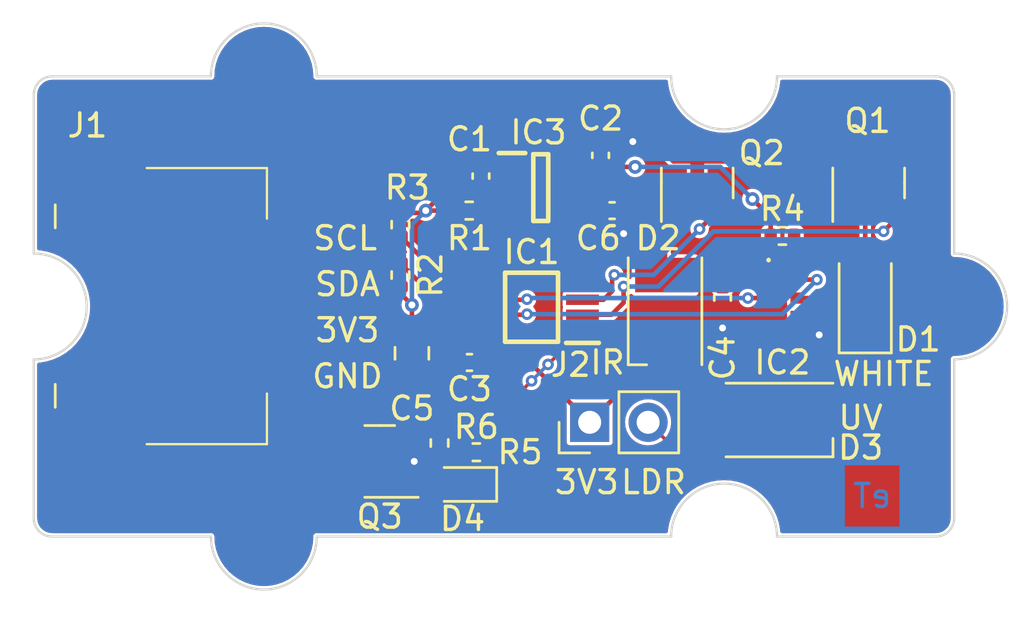
<source format=kicad_pcb>
(kicad_pcb (version 20211014) (generator pcbnew)
  (title_block (title "Grove-Spectra") (date "2022-11-15") (rev "A"))
  (layers (0 "F.Cu" signal) (31 "B.Cu" signal) (34 "B.Paste" user) (35 "F.Paste" user) (36 "B.SilkS" user "B.Silkscreen") (37 "F.SilkS" user "F.Silkscreen") (38 "B.Mask" user) (39 "F.Mask" user) (44 "Edge.Cuts" user))
  (net 0 "")
  (net 1 "+3V3")
  (net 2 "GND")
  (net 3 "+1V8")
  (net 4 "/LDR")
  (net 5 "Net-(D1-Pad2)")
  (net 6 "Net-(D2-Pad2)")
  (net 7 "/GPIO_0")
  (net 8 "/GPIO_1")
  (net 9 "/GPIO_2")
  (net 10 "/GPIO_3")
  (net 11 "SCL")
  (net 12 "SDA")
  (net 13 "/GPIO_SP")
  (net 14 "Net-(IC2-Pad7)")
  (net 15 "Net-(IC3-Pad3)")
  (net 16 "Net-(C6-Pad1)")
  (net 19 "Net-(D4-Pad1)")
  (net 20 "Net-(D4-Pad2)")
  (footprint "Resistor_SMD:R_0402_1005Metric" (layer "F.Cu") (at 139.19 84.4)
    (fp_text reference "R1" (at 0.01 1.2) (layer "F.SilkS"))
    (fp_text value "1k")
    (fp_line (start -0.153641 0.38) (end 0.153641 0.38) (layer "F.SilkS") (width 0.12))
    (fp_line (start -0.153641 -0.38) (end 0.153641 -0.38) (layer "F.SilkS") (width 0.12))
    (pad "1" smd roundrect locked (at -0.51 0) (size 0.54 0.64) (layers "F.Cu" "F.Paste" "F.Mask") (net 1 "+3V3"))
    (pad "2" smd roundrect locked (at 0.51 0) (size 0.54 0.64) (layers "F.Cu" "F.Paste" "F.Mask") (net 15 "Net-(IC3-Pad3)"))
  )
  (footprint "SamacSys_Parts:AS7343DLGM" (layer "F.Cu") (at 152.8 88.6 -90)
    (fp_text reference "IC2" (at 2.4 0) (layer "F.SilkS"))
    (fp_text value "AS7341-DLGT" hide)
    (fp_line (start -2 0.6) (end -2 0.6) (layer "F.SilkS") (width 0.1))
    (fp_line (start -2.1 0.6) (end -2.1 0.6) (layer "F.SilkS") (width 0.1))
    (fp_arc (start -2 0.6) (mid -2.05 0.65) (end -2.1 0.6) (layer "F.SilkS") (width 0.1))
    (fp_arc (start -2.1 0.6) (mid -2.05 0.55) (end -2 0.6) (layer "F.SilkS") (width 0.1))
    (pad "1" smd rect locked (at -1.2 0.638 270) (size 0.488 0.575) (layers "F.Cu" "F.Paste" "F.Mask") (net 3 "+1V8"))
    (pad "2" smd rect locked (at -0.4 0.638 270) (size 0.488 0.575) (layers "F.Cu" "F.Paste" "F.Mask") (net 11 "SCL"))
    (pad "3" smd rect locked (at 0.4 0.638 270) (size 0.488 0.575) (layers "F.Cu" "F.Paste" "F.Mask") (net 2 "GND"))
    (pad "4" smd rect locked (at 1.2 0.638 270) (size 0.488 0.575) (layers "F.Cu" "F.Paste" "F.Mask") (net 4 "/LDR"))
    (pad "5" smd rect locked (at 1.2 -0.638 270) (size 0.488 0.575) (layers "F.Cu" "F.Paste" "F.Mask") (net 2 "GND"))
    (pad "6" smd rect locked (at 0.4 -0.638 270) (size 0.488 0.575) (layers "F.Cu" "F.Paste" "F.Mask") (net 13 "/GPIO_SP"))
    (pad "7" smd rect locked (at -0.4 -0.638 270) (size 0.488 0.575) (layers "F.Cu" "F.Paste" "F.Mask") (net 14 "Net-(IC2-Pad7)"))
    (pad "8" smd rect locked (at -1.2 -0.638 270) (size 0.488 0.575) (layers "F.Cu" "F.Paste" "F.Mask") (net 12 "SDA"))
  )
  (footprint "Capacitor_SMD:C_0402_1005Metric" (layer "F.Cu") (at 144.9 82 90)
    (fp_text reference "C2" (at 1.6 0 180) (layer "F.SilkS"))
    (fp_text value "100n")
    (fp_line (start -0.107836 -0.36) (end 0.107836 -0.36) (layer "F.SilkS") (width 0.12))
    (fp_line (start -0.107836 0.36) (end 0.107836 0.36) (layer "F.SilkS") (width 0.12))
    (pad "1" smd roundrect locked (at -0.48 0 90) (size 0.56 0.62) (layers "F.Cu" "F.Paste" "F.Mask") (net 3 "+1V8"))
    (pad "2" smd roundrect locked (at 0.48 0 90) (size 0.56 0.62) (layers "F.Cu" "F.Paste" "F.Mask") (net 2 "GND"))
  )
  (footprint "Resistor_SMD:R_0402_1005Metric" (layer "F.Cu") (at 136.2 87.2 90)
    (fp_text reference "R2" (at 0 1.3 90) (layer "F.SilkS"))
    (fp_text value "4.7k")
    (fp_line (start -0.153641 0.38) (end 0.153641 0.38) (layer "F.SilkS") (width 0.12))
    (fp_line (start -0.153641 -0.38) (end 0.153641 -0.38) (layer "F.SilkS") (width 0.12))
    (pad "1" smd roundrect locked (at -0.51 0 90) (size 0.54 0.64) (layers "F.Cu" "F.Paste" "F.Mask") (net 1 "+3V3"))
    (pad "2" smd roundrect locked (at 0.51 0 90) (size 0.54 0.64) (layers "F.Cu" "F.Paste" "F.Mask") (net 12 "SDA"))
  )
  (footprint "Resistor_SMD:R_0402_1005Metric" (layer "F.Cu") (at 152.8 85.5)
    (fp_text reference "R4" (at 0 -1.17) (layer "F.SilkS"))
    (fp_text value "4.7k")
    (fp_line (start -0.153641 -0.38) (end 0.153641 -0.38) (layer "F.SilkS") (width 0.12))
    (fp_line (start -0.153641 0.38) (end 0.153641 0.38) (layer "F.SilkS") (width 0.12))
    (pad "1" smd roundrect locked (at -0.51 0) (size 0.54 0.64) (layers "F.Cu" "F.Paste" "F.Mask") (net 3 "+1V8"))
    (pad "2" smd roundrect locked (at 0.51 0) (size 0.54 0.64) (layers "F.Cu" "F.Paste" "F.Mask") (net 14 "Net-(IC2-Pad7)"))
  )
  (footprint "Package_TO_SOT_SMD:SOT-23" (layer "F.Cu") (at 149.1 83.2 90)
    (fp_text reference "Q2" (at 1.3 2.8 180) (layer "F.SilkS"))
    (fp_text value "BS250FTA")
    (fp_line (start 0 -1.56) (end 0.65 -1.56) (layer "F.SilkS") (width 0.12))
    (fp_line (start 0 1.56) (end 0.65 1.56) (layer "F.SilkS") (width 0.12))
    (fp_line (start 0 1.56) (end -0.65 1.56) (layer "F.SilkS") (width 0.12))
    (fp_line (start 0 -1.56) (end -1.675 -1.56) (layer "F.SilkS") (width 0.12))
    (pad "1" smd roundrect locked (at -0.9375 -0.95 90) (size 1.475 0.6) (layers "F.Cu" "F.Paste" "F.Mask") (net 6 "Net-(D2-Pad2)"))
    (pad "2" smd roundrect locked (at -0.9375 0.95 90) (size 1.475 0.6) (layers "F.Cu" "F.Paste" "F.Mask") (net 9 "/GPIO_2"))
    (pad "3" smd roundrect locked (at 0.9375 0 90) (size 1.475 0.6) (layers "F.Cu" "F.Paste" "F.Mask") (net 1 "+3V3"))
  )
  (footprint "SamacSys_Parts:114020164" (layer "F.Cu") (at 126.6 88.55 -90)
    (fp_text reference "J1" (at -7.85 4 180) (layer "F.SilkS"))
    (fp_text value "114020164" hide)
    (fp_line (start 6 1.425) (end 6 -3.8) (layer "F.SilkS") (width 0.1))
    (fp_line (start -6 1.425) (end -6 -3.8) (layer "F.SilkS") (width 0.1))
    (fp_line (start -6 -3.8) (end -3.8 -3.8) (layer "F.SilkS") (width 0.1))
    (fp_line (start 3.4 5.4) (end 4.4 5.4) (layer "F.SilkS") (width 0.12))
    (fp_line (start 6 -3.8) (end 3.8 -3.8) (layer "F.SilkS") (width 0.1))
    (fp_line (start -4.4 5.4) (end -3.4 5.4) (layer "F.SilkS") (width 0.12))
    (pad "1" smd rect (at -3 -3.8 270) (size 1 3.4) (layers "F.Cu" "F.Paste" "F.Mask") (net 11 "SCL"))
    (pad "2" smd rect (at -1 -3.8 270) (size 1 3.4) (layers "F.Cu" "F.Paste" "F.Mask") (net 12 "SDA"))
    (pad "3" smd rect (at 1 -3.8 270) (size 1 3.4) (layers "F.Cu" "F.Paste" "F.Mask") (net 1 "+3V3"))
    (pad "4" smd rect (at 3 -3.8 270) (size 1 3.4) (layers "F.Cu" "F.Paste" "F.Mask") (net 2 "GND"))
    (pad "MP1" smd rect (at -5.3 3.7 270) (size 1.5 3.6) (layers "F.Cu" "F.Paste" "F.Mask"))
    (pad "MP2" smd rect (at 5.3 3.7 270) (size 1.5 3.6) (layers "F.Cu" "F.Paste" "F.Mask"))
  )
  (footprint "LED_SMD:LED_1206_3216Metric" (layer "F.Cu") (at 156.4 88.3 90)
    (fp_text reference "D1" (at -1.7 2.3 180) (layer "F.SilkS"))
    (fp_text value "WHITE 5000K")
    (fp_line (start -2.285 -1.135) (end -2.285 1.135) (layer "F.SilkS") (width 0.12))
    (fp_line (start 1.6 -1.135) (end -2.285 -1.135) (layer "F.SilkS") (width 0.12))
    (fp_line (start -2.285 1.135) (end 1.6 1.135) (layer "F.SilkS") (width 0.12))
    (pad "1" smd roundrect locked (at -1.4 0 90) (size 1.25 1.75) (layers "F.Cu" "F.Paste" "F.Mask") (roundrect_rratio 0.2) (net 4 "/LDR"))
    (pad "2" smd roundrect locked (at 1.4 0 90) (size 1.25 1.75) (layers "F.Cu" "F.Paste" "F.Mask") (roundrect_rratio 0.2) (net 5 "Net-(D1-Pad2)"))
  )
  (footprint "Capacitor_SMD:C_0402_1005Metric" (layer "F.Cu") (at 150.2 88.2 -90)
    (fp_text reference "C4" (at 2.6 0 90) (layer "F.SilkS"))
    (fp_text value "100n")
    (fp_line (start -0.107836 -0.36) (end 0.107836 -0.36) (layer "F.SilkS") (width 0.12))
    (fp_line (start -0.107836 0.36) (end 0.107836 0.36) (layer "F.SilkS") (width 0.12))
    (pad "1" smd roundrect locked (at -0.48 0 270) (size 0.56 0.62) (layers "F.Cu" "F.Paste" "F.Mask") (net 3 "+1V8"))
    (pad "2" smd roundrect locked (at 0.48 0 270) (size 0.56 0.62) (layers "F.Cu" "F.Paste" "F.Mask") (net 2 "GND"))
  )
  (footprint "LED_SMD:LED_PLCC-2" (layer "F.Cu") (at 152.6 93.5 180)
    (fp_text reference "D3" (at -3.6 -1.2) (layer "F.SilkS"))
    (fp_text value "UV_405NM")
    (fp_line (start 2.25 1.6) (end -2.4 1.6) (layer "F.SilkS") (width 0.12))
    (fp_line (start -2.4 -1.6) (end -2.4 -0.8) (layer "F.SilkS") (width 0.12))
    (fp_line (start 2.25 -1.6) (end -2.4 -1.6) (layer "F.SilkS") (width 0.12))
    (pad "1" smd rect locked (at -1.5 0 180) (size 1.5 2.6) (layers "F.Cu" "F.Paste" "F.Mask") (net 4 "/LDR"))
    (pad "2" smd rect locked (at 1.5 0 180) (size 1.5 2.6) (layers "F.Cu" "F.Paste" "F.Mask") (net 1 "+3V3"))
  )
  (footprint "Resistor_SMD:R_0402_1005Metric" (layer "F.Cu") (at 139.5 94.9 180)
    (fp_text reference "R5" (at -1.9 0) (layer "F.SilkS"))
    (fp_text value "1k")
    (fp_line (start -0.153641 -0.38) (end 0.153641 -0.38) (layer "F.SilkS") (width 0.12))
    (fp_line (start -0.153641 0.38) (end 0.153641 0.38) (layer "F.SilkS") (width 0.12))
    (pad "1" smd roundrect locked (at -0.51 0 180) (size 0.54 0.64) (layers "F.Cu" "F.Paste" "F.Mask") (net 19 "Net-(D4-Pad1)"))
    (pad "2" smd roundrect locked (at 0.51 0 180) (size 0.54 0.64) (layers "F.Cu" "F.Paste" "F.Mask") (net 2 "GND"))
  )
  (footprint "Capacitor_SMD:C_0402_1005Metric" (layer "F.Cu") (at 139.2 91 180)
    (fp_text reference "C3" (at 0 -1.16) (layer "F.SilkS"))
    (fp_text value "100n")
    (fp_line (start -0.107836 0.36) (end 0.107836 0.36) (layer "F.SilkS") (width 0.12))
    (fp_line (start -0.107836 -0.36) (end 0.107836 -0.36) (layer "F.SilkS") (width 0.12))
    (pad "1" smd roundrect locked (at -0.48 0 180) (size 0.56 0.62) (layers "F.Cu" "F.Paste" "F.Mask") (net 1 "+3V3"))
    (pad "2" smd roundrect locked (at 0.48 0 180) (size 0.56 0.62) (layers "F.Cu" "F.Paste" "F.Mask") (net 2 "GND"))
  )
  (footprint "Resistor_SMD:R_0402_1005Metric" (layer "F.Cu") (at 137.9 94.5 -90)
    (fp_text reference "R6" (at -0.7 -1.6 180) (layer "F.SilkS"))
    (fp_text value "4.7k")
    (fp_line (start -0.153641 -0.38) (end 0.153641 -0.38) (layer "F.SilkS") (width 0.12))
    (fp_line (start -0.153641 0.38) (end 0.153641 0.38) (layer "F.SilkS") (width 0.12))
    (pad "1" smd roundrect locked (at -0.51 0 270) (size 0.54 0.64) (layers "F.Cu" "F.Paste" "F.Mask") (net 7 "/GPIO_0"))
    (pad "2" smd roundrect locked (at 0.51 0 270) (size 0.54 0.64) (layers "F.Cu" "F.Paste" "F.Mask") (net 2 "GND"))
  )
  (footprint "Capacitor_SMD:C_0402_1005Metric" (layer "F.Cu") (at 139.7 82.9 -90)
    (fp_text reference "C1" (at -1.6 0.5 180) (layer "F.SilkS"))
    (fp_text value "100n")
    (fp_line (start -0.107836 -0.36) (end 0.107836 -0.36) (layer "F.SilkS") (width 0.12))
    (fp_line (start -0.107836 0.36) (end 0.107836 0.36) (layer "F.SilkS") (width 0.12))
    (pad "1" smd roundrect locked (at -0.48 0 270) (size 0.56 0.62) (layers "F.Cu" "F.Paste" "F.Mask") (net 1 "+3V3"))
    (pad "2" smd roundrect locked (at 0.48 0 270) (size 0.56 0.62) (layers "F.Cu" "F.Paste" "F.Mask") (net 2 "GND"))
  )
  (footprint "Capacitor_SMD:C_0402_1005Metric" (layer "F.Cu") (at 145.4 84.4)
    (fp_text reference "C6" (at -0.6 1.2) (layer "F.SilkS"))
    (fp_text value "100n")
    (fp_line (start -0.107836 0.36) (end 0.107836 0.36) (layer "F.SilkS") (width 0.12))
    (fp_line (start -0.107836 -0.36) (end 0.107836 -0.36) (layer "F.SilkS") (width 0.12))
    (pad "1" smd roundrect locked (at -0.48 0) (size 0.56 0.62) (layers "F.Cu" "F.Paste" "F.Mask") (net 16 "Net-(C6-Pad1)"))
    (pad "2" smd roundrect locked (at 0.48 0) (size 0.56 0.62) (layers "F.Cu" "F.Paste" "F.Mask") (net 2 "GND"))
  )
  (footprint "SamacSys_Parts:SOP65P490X110-8N" (layer "F.Cu") (at 141.9 88.6 180)
    (fp_text reference "IC1" (at 0 2.4) (layer "F.SilkS"))
    (fp_text value "PCA9536DP,118" hide)
    (fp_line (start -1.15 -1.5) (end 1.15 -1.5) (layer "F.SilkS") (width 0.2))
    (fp_line (start -2.925 -1.55) (end -1.5 -1.55) (layer "F.SilkS") (width 0.2))
    (fp_line (start 1.15 -1.5) (end 1.15 1.5) (layer "F.SilkS") (width 0.2))
    (fp_line (start -1.15 1.5) (end -1.15 -1.5) (layer "F.SilkS") (width 0.2))
    (fp_line (start 1.15 1.5) (end -1.15 1.5) (layer "F.SilkS") (width 0.2))
    (pad "1" smd rect locked (at -2.212 -0.975 270) (size 0.45 1.425) (layers "F.Cu" "F.Paste" "F.Mask") (net 7 "/GPIO_0"))
    (pad "2" smd rect locked (at -2.212 -0.325 270) (size 0.45 1.425) (layers "F.Cu" "F.Paste" "F.Mask") (net 8 "/GPIO_1"))
    (pad "3" smd rect locked (at -2.212 0.325 270) (size 0.45 1.425) (layers "F.Cu" "F.Paste" "F.Mask") (net 9 "/GPIO_2"))
    (pad "4" smd rect locked (at -2.212 0.975 270) (size 0.45 1.425) (layers "F.Cu" "F.Paste" "F.Mask") (net 2 "GND"))
    (pad "5" smd rect locked (at 2.212 0.975 270) (size 0.45 1.425) (layers "F.Cu" "F.Paste" "F.Mask") (net 10 "/GPIO_3"))
    (pad "6" smd rect locked (at 2.212 0.325 270) (size 0.45 1.425) (layers "F.Cu" "F.Paste" "F.Mask") (net 11 "SCL"))
    (pad "7" smd rect locked (at 2.212 -0.325 270) (size 0.45 1.425) (layers "F.Cu" "F.Paste" "F.Mask") (net 12 "SDA"))
    (pad "8" smd rect locked (at 2.212 -0.975 270) (size 0.45 1.425) (layers "F.Cu" "F.Paste" "F.Mask") (net 1 "+3V3"))
  )
  (footprint "Capacitor_SMD:C_0805_2012Metric" (layer "F.Cu") (at 136.7 90.6 -90)
    (fp_text reference "C5" (at 2.4 0 180) (layer "F.SilkS"))
    (fp_text value "10u")
    (fp_line (start -0.261252 0.735) (end 0.261252 0.735) (layer "F.SilkS") (width 0.12))
    (fp_line (start -0.261252 -0.735) (end 0.261252 -0.735) (layer "F.SilkS") (width 0.12))
    (pad "1" smd roundrect locked (at -0.95 0 270) (size 1 1.45) (layers "F.Cu" "F.Paste" "F.Mask") (net 1 "+3V3"))
    (pad "2" smd roundrect locked (at 0.95 0 270) (size 1 1.45) (layers "F.Cu" "F.Paste" "F.Mask") (net 2 "GND"))
  )
  (footprint "LED_SMD:LED_0603_1608Metric" (layer "F.Cu") (at 138.9 96.3 180)
    (fp_text reference "D4" (at 0 -1.5) (layer "F.SilkS"))
    (fp_text value "Green_0603")
    (fp_line (start 0.8 -0.735) (end -1.485 -0.735) (layer "F.SilkS") (width 0.12))
    (fp_line (start -1.485 0.735) (end 0.8 0.735) (layer "F.SilkS") (width 0.12))
    (fp_line (start -1.485 -0.735) (end -1.485 0.735) (layer "F.SilkS") (width 0.12))
    (pad "1" smd roundrect locked (at -0.7875 0 180) (size 0.875 0.95) (layers "F.Cu" "F.Paste" "F.Mask") (net 19 "Net-(D4-Pad1)"))
    (pad "2" smd roundrect locked (at 0.7875 0 180) (size 0.875 0.95) (layers "F.Cu" "F.Paste" "F.Mask") (net 20 "Net-(D4-Pad2)"))
  )
  (footprint "SamacSys_Parts:SOT95P280X145-5N" (layer "F.Cu") (at 142.3 83.4)
    (fp_text reference "IC3" (at -0.1 -2.4) (layer "F.SilkS"))
    (fp_text value "SPX3819M5-L-1-8_TR" hide)
    (fp_line (start -0.325 -1.45) (end 0.325 -1.45) (layer "F.SilkS") (width 0.2))
    (fp_line (start 0.325 1.45) (end -0.325 1.45) (layer "F.SilkS") (width 0.2))
    (fp_line (start -0.325 1.45) (end -0.325 -1.45) (layer "F.SilkS") (width 0.2))
    (fp_line (start 0.325 -1.45) (end 0.325 1.45) (layer "F.SilkS") (width 0.2))
    (fp_line (start -1.825 -1.5) (end -0.675 -1.5) (layer "F.SilkS") (width 0.2))
    (pad "1" smd rect locked (at -1.25 -0.95 90) (size 0.6 1.15) (layers "F.Cu" "F.Paste" "F.Mask") (net 1 "+3V3"))
    (pad "2" smd rect locked (at -1.25 0 90) (size 0.6 1.15) (layers "F.Cu" "F.Paste" "F.Mask") (net 2 "GND"))
    (pad "3" smd rect locked (at -1.25 0.95 90) (size 0.6 1.15) (layers "F.Cu" "F.Paste" "F.Mask") (net 15 "Net-(IC3-Pad3)"))
    (pad "4" smd rect locked (at 1.25 0.95 90) (size 0.6 1.15) (layers "F.Cu" "F.Paste" "F.Mask") (net 16 "Net-(C6-Pad1)"))
    (pad "5" smd rect locked (at 1.25 -0.95 90) (size 0.6 1.15) (layers "F.Cu" "F.Paste" "F.Mask") (net 3 "+1V8"))
  )
  (footprint "Package_TO_SOT_SMD:SOT-23" (layer "F.Cu") (at 156.55 83.2 90)
    (fp_text reference "Q1" (at 2.7 -0.05 180) (layer "F.SilkS"))
    (fp_text value "BS250FTA")
    (fp_line (start 0 -1.56) (end -1.675 -1.56) (layer "F.SilkS") (width 0.12))
    (fp_line (start 0 -1.56) (end 0.65 -1.56) (layer "F.SilkS") (width 0.12))
    (fp_line (start 0 1.56) (end -0.65 1.56) (layer "F.SilkS") (width 0.12))
    (fp_line (start 0 1.56) (end 0.65 1.56) (layer "F.SilkS") (width 0.12))
    (pad "1" smd roundrect locked (at -0.9375 -0.95 90) (size 1.475 0.6) (layers "F.Cu" "F.Paste" "F.Mask") (net 5 "Net-(D1-Pad2)"))
    (pad "2" smd roundrect locked (at -0.9375 0.95 90) (size 1.475 0.6) (layers "F.Cu" "F.Paste" "F.Mask") (net 8 "/GPIO_1"))
    (pad "3" smd roundrect locked (at 0.9375 0 90) (size 1.475 0.6) (layers "F.Cu" "F.Paste" "F.Mask") (net 1 "+3V3"))
  )
  (footprint "Resistor_SMD:R_0402_1005Metric" (layer "F.Cu") (at 136.2 85.01 -90)
    (fp_text reference "R3" (at -1.61 -0.3 180) (layer "F.SilkS"))
    (fp_text value "4.7k")
    (fp_line (start -0.153641 -0.38) (end 0.153641 -0.38) (layer "F.SilkS") (width 0.12))
    (fp_line (start -0.153641 0.38) (end 0.153641 0.38) (layer "F.SilkS") (width 0.12))
    (pad "1" smd roundrect locked (at -0.51 0 270) (size 0.54 0.64) (layers "F.Cu" "F.Paste" "F.Mask") (net 1 "+3V3"))
    (pad "2" smd roundrect locked (at 0.51 0 270) (size 0.54 0.64) (layers "F.Cu" "F.Paste" "F.Mask") (net 11 "SCL"))
  )
  (footprint "Connector_PinHeader_2.54mm:PinHeader_1x02_P2.54mm_Vertical" (layer "F.Cu") (at 144.425 93.6 90)
    (fp_text reference "J2" (at 2.5 -0.825 180) (layer "F.SilkS"))
    (fp_text value "Conn_01x02")
    (fp_line (start -1.33 1.27) (end 1.33 1.27) (layer "F.SilkS") (width 0.12))
    (fp_line (start -1.33 -1.33) (end 0 -1.33) (layer "F.SilkS") (width 0.12))
    (fp_line (start -1.33 0) (end -1.33 -1.33) (layer "F.SilkS") (width 0.12))
    (fp_line (start -1.33 3.87) (end 1.33 3.87) (layer "F.SilkS") (width 0.12))
    (fp_line (start 1.33 1.27) (end 1.33 3.87) (layer "F.SilkS") (width 0.12))
    (fp_line (start -1.33 1.27) (end -1.33 3.87) (layer "F.SilkS") (width 0.12))
    (pad "1" thru_hole rect locked (at 0 0 90) (size 1.7 1.7) (drill 1) (layers *.Cu *.Mask) (net 1 "+3V3"))
    (pad "2" thru_hole oval locked (at 0 2.54 90) (size 1.7 1.7) (drill 1) (layers *.Cu *.Mask) (net 4 "/LDR"))
  )
  (footprint "Package_TO_SOT_SMD:SOT-23" (layer "F.Cu") (at 135.3 95.3 180)
    (fp_text reference "Q3" (at 0 -2.4) (layer "F.SilkS"))
    (fp_text value "BS250FTA")
    (fp_line (start 0 1.56) (end 0.65 1.56) (layer "F.SilkS") (width 0.12))
    (fp_line (start 0 1.56) (end -0.65 1.56) (layer "F.SilkS") (width 0.12))
    (fp_line (start 0 -1.56) (end -1.675 -1.56) (layer "F.SilkS") (width 0.12))
    (fp_line (start 0 -1.56) (end 0.65 -1.56) (layer "F.SilkS") (width 0.12))
    (pad "1" smd roundrect locked (at -0.9375 -0.95 180) (size 1.475 0.6) (layers "F.Cu" "F.Paste" "F.Mask") (net 20 "Net-(D4-Pad2)"))
    (pad "2" smd roundrect locked (at -0.9375 0.95 180) (size 1.475 0.6) (layers "F.Cu" "F.Paste" "F.Mask") (net 7 "/GPIO_0"))
    (pad "3" smd roundrect locked (at 0.9375 0 180) (size 1.475 0.6) (layers "F.Cu" "F.Paste" "F.Mask") (net 1 "+3V3"))
  )
  (footprint "LED_SMD:LED_PLCC-2" (layer "F.Cu") (at 147.7 88.7 90)
    (fp_text reference "D2" (at 3.1 -0.3 180) (layer "F.SilkS"))
    (fp_text value "IR_940NM")
    (fp_line (start 2.25 -1.6) (end -2.4 -1.6) (layer "F.SilkS") (width 0.12))
    (fp_line (start 2.25 1.6) (end -2.4 1.6) (layer "F.SilkS") (width 0.12))
    (fp_line (start -2.4 -1.6) (end -2.4 -0.8) (layer "F.SilkS") (width 0.12))
    (pad "1" smd rect locked (at -1.5 0 90) (size 1.5 2.6) (layers "F.Cu" "F.Paste" "F.Mask") (net 4 "/LDR"))
    (pad "2" smd rect locked (at 1.5 0 90) (size 1.5 2.6) (layers "F.Cu" "F.Paste" "F.Mask") (net 6 "Net-(D2-Pad2)"))
  )
  (gr_arc (start 121.065685 98.565685) (mid 120.5 98.33137) (end 120.265685 97.765685) (layer "Edge.Cuts") (width 0.1))
  (gr_line (start 127.965685 98.565685) (end 121.065685 98.565685) (layer "Edge.Cuts") (width 0.1))
  (gr_line (start 121.065685 78.565685) (end 127.965685 78.565685) (layer "Edge.Cuts") (width 0.1))
  (gr_arc (start 152.565685 78.565685) (mid 150.265685 80.865685) (end 147.965685 78.565685) (layer "Edge.Cuts") (width 0.1))
  (gr_line (start 132.565685 78.565685) (end 147.965685 78.565685) (layer "Edge.Cuts") (width 0.1))
  (gr_line (start 159.465685 98.565685) (end 152.565685 98.565685) (layer "Edge.Cuts") (width 0.1))
  (gr_line (start 160.265685 79.365685) (end 160.265685 86.265685) (layer "Edge.Cuts") (width 0.1))
  (gr_arc (start 159.465685 78.565685) (mid 160.03137 78.8) (end 160.265685 79.365685) (layer "Edge.Cuts") (width 0.1))
  (gr_arc (start 120.265685 86.265685) (mid 122.565685 88.565685) (end 120.265685 90.865685) (layer "Edge.Cuts") (width 0.1))
  (gr_line (start 120.265685 86.265685) (end 120.265685 79.365685) (layer "Edge.Cuts") (width 0.1))
  (gr_line (start 147.965685 98.565685) (end 132.565685 98.565685) (layer "Edge.Cuts") (width 0.1))
  (gr_arc (start 147.965685 98.565685) (mid 150.265685 96.265685) (end 152.565685 98.565685) (layer "Edge.Cuts") (width 0.1))
  (gr_line (start 152.565685 78.565685) (end 159.465685 78.565685) (layer "Edge.Cuts") (width 0.1))
  (gr_line (start 160.265685 90.865685) (end 160.265685 97.765685) (layer "Edge.Cuts") (width 0.1))
  (gr_arc (start 160.265685 86.265685) (mid 162.565685 88.565685) (end 160.265685 90.865685) (layer "Edge.Cuts") (width 0.1))
  (gr_arc (start 132.565685 98.565685) (mid 130.265685 100.865685) (end 127.965685 98.565685) (layer "Edge.Cuts") (width 0.1))
  (gr_arc (start 120.265685 79.365685) (mid 120.5 78.8) (end 121.065685 78.565685) (layer "Edge.Cuts") (width 0.1))
  (gr_line (start 120.265685 97.765685) (end 120.265685 90.865685) (layer "Edge.Cuts") (width 0.1))
  (gr_arc (start 160.265685 97.765685) (mid 160.03137 98.33137) (end 159.465685 98.565685) (layer "Edge.Cuts") (width 0.1))
  (gr_arc (start 127.965685 78.565685) (mid 130.265685 76.265685) (end 132.565685 78.565685) (layer "Edge.Cuts") (width 0.1))
  (gr_text "eT" (at 156.7 96.8) (layer "B.Cu") (effects (font (size 1 1)) (justify mirror)))
  (gr_text "UV" (at 156.2 93.4) (layer "F.SilkS") (effects (font (size 1 1))))
  (gr_text "SCL" (at 133.8 85.6) (layer "F.SilkS") (effects (font (size 1 1))))
  (gr_text "WHITE" (at 157.2 91.5) (layer "F.SilkS") (effects (font (size 1 1))))
  (gr_text "3V3" (at 144.3 96.2) (layer "F.SilkS") (effects (font (size 1 1))))
  (gr_text "IR" (at 145.2 91) (layer "F.SilkS") (effects (font (size 1 1))))
  (gr_text "GND" (at 133.9 91.6) (layer "F.SilkS") (effects (font (size 1 1))))
  (gr_text "SDA" (at 133.9 87.6) (layer "F.SilkS") (effects (font (size 1 1))))
  (gr_text "3V3" (at 133.9 89.6) (layer "F.SilkS") (effects (font (size 1 1))))
  (gr_text "LDR" (at 147.2 96.2) (layer "F.SilkS") (effects (font (size 1 1))))
  (segment (start 136.2 88) (end 136.7 88.5) (width 0.2) (layer "F.Cu") (net 1))
  (segment (start 145.925 92.1) (end 144.425 93.6) (width 0.2) (layer "F.Cu") (net 1))
  (segment (start 137.2 84.5) (end 137.3 84.4) (width 0.2) (layer "F.Cu") (net 1))
  (segment (start 148.0625 82.2625) (end 146.650489 80.850489) (width 0.2) (layer "F.Cu") (net 1))
  (segment (start 139.68 91) (end 141.825 91) (width 0.2) (layer "F.Cu") (net 1))
  (segment (start 139.688 90.992) (end 139.68 91) (width 0.2) (layer "F.Cu") (net 1))
  (segment (start 130.4 89.55) (end 128.55 89.55) (width 0.2) (layer "F.Cu") (net 1))
  (segment (start 139.688 89.575) (end 139.688 90.992) (width 0.2) (layer "F.Cu") (net 1))
  (segment (start 151.1 93.5) (end 149.7 92.1) (width 0.2) (layer "F.Cu") (net 1))
  (segment (start 136.7 89.65) (end 136.7 88.5) (width 0.2) (layer "F.Cu") (net 1))
  (segment (start 128.4 95.3) (end 127.2 94.1) (width 0.2) (layer "F.Cu") (net 1))
  (segment (start 149.7 92.1) (end 145.925 92.1) (width 0.2) (layer "F.Cu") (net 1))
  (segment (start 141.825 91) (end 144.425 93.6) (width 0.2) (layer "F.Cu") (net 1))
  (segment (start 130.4 89.55) (end 136.6 89.55) (width 0.2) (layer "F.Cu") (net 1))
  (segment (start 136.775 89.575) (end 136.7 89.65) (width 0.2) (layer "F.Cu") (net 1))
  (segment (start 149.1 82.2625) (end 156.55 82.2625) (width 0.2) (layer "F.Cu") (net 1))
  (segment (start 146.650489 80.850489) (end 141.949511 80.850489) (width 0.2) (layer "F.Cu") (net 1))
  (segment (start 137.3 84.4) (end 139.25 82.45) (width 0.2) (layer "F.Cu") (net 1))
  (segment (start 149.1 82.2625) (end 148.0625 82.2625) (width 0.2) (layer "F.Cu") (net 1))
  (segment (start 127.2 90.9) (end 127.2 94.1) (width 0.2) (layer "F.Cu") (net 1))
  (segment (start 139.688 89.575) (end 136.775 89.575) (width 0.2) (layer "F.Cu") (net 1))
  (segment (start 136.2 84.5) (end 137.2 84.5) (width 0.2) (layer "F.Cu") (net 1))
  (segment (start 128.55 89.55) (end 127.2 90.9) (width 0.2) (layer "F.Cu") (net 1))
  (segment (start 141.05 82.45) (end 141.05 81.75) (width 0.2) (layer "F.Cu") (net 1))
  (segment (start 134.3625 95.3) (end 128.4 95.3) (width 0.2) (layer "F.Cu") (net 1))
  (segment (start 139.25 82.45) (end 141.05 82.45) (width 0.2) (layer "F.Cu") (net 1))
  (segment (start 137.3 84.4) (end 138.68 84.4) (width 0.2) (layer "F.Cu") (net 1))
  (segment (start 136.6 89.55) (end 136.7 89.65) (width 0.2) (layer "F.Cu") (net 1))
  (segment (start 136.2 87.71) (end 136.2 88) (width 0.2) (layer "F.Cu") (net 1))
  (segment (start 141.949511 80.850489) (end 141.05 81.75) (width 0.2) (layer "F.Cu") (net 1))
  (segment (start 136.7 89.65) (end 136.85 89.65) (width 0.2) (layer "F.Cu") (net 1))
  (via (at 137.3 84.4) (size 0.6) (drill 0.3) (layers "F.Cu" "B.Cu") (net 1))
  (via (at 136.7 88.5) (size 0.6) (drill 0.3) (layers "F.Cu" "B.Cu") (net 1))
  (segment (start 136.7 88.5) (end 136.7 85) (width 0.2) (layer "B.Cu") (net 1))
  (segment (start 136.7 85) (end 137.3 84.4) (width 0.2) (layer "B.Cu") (net 1))
  (segment (start 146.18 81.52) (end 146.3 81.4) (width 0.2) (layer "F.Cu") (net 2))
  (segment (start 138.01 94.9) (end 137.9 95.01) (width 0.2) (layer "F.Cu") (net 2))
  (segment (start 138.99 94.9) (end 138.01 94.9) (width 0.2) (layer "F.Cu") (net 2))
  (segment (start 130.4 91.55) (end 136.7 91.55) (width 0.2) (layer "F.Cu") (net 2))
  (segment (start 136.6 91.65) (end 136.7 91.55) (width 0.2) (layer "F.Cu") (net 2))
  (segment (start 139.7 83.38) (end 141.03 83.38) (width 0.2) (layer "F.Cu") (net 2))
  (segment (start 145.88 84.4) (end 145.88 85.38) (width 0.2) (layer "F.Cu") (net 2))
  (segment (start 144.112 87.188) (end 145.9 85.4) (width 0.2) (layer "F.Cu") (net 2))
  (segment (start 144.9 81.52) (end 146.18 81.52) (width 0.2) (layer "F.Cu") (net 2))
  (segment (start 141.03 83.38) (end 141.05 83.4) (width 0.2) (layer "F.Cu") (net 2))
  (segment (start 153.438 89.8) (end 154.4 89.8) (width 0.2) (layer "F.Cu") (net 2))
  (segment (start 145.88 85.38) (end 145.9 85.4) (width 0.2) (layer "F.Cu") (net 2))
  (segment (start 137.9 95.01) (end 137.09 95.01) (width 0.2) (layer "F.Cu") (net 2))
  (segment (start 144.112 87.625) (end 144.112 87.188) (width 0.2) (layer "F.Cu") (net 2))
  (segment (start 137.09 95.01) (end 136.8 95.3) (width 0.2) (layer "F.Cu") (net 2))
  (segment (start 150.2 88.68) (end 150.2 89.5) (width 0.2) (layer "F.Cu") (net 2))
  (via (at 145.9 85.4) (size 0.6) (drill 0.3) (layers "F.Cu" "B.Cu") (net 2))
  (via (at 146.3 81.4) (size 0.6) (drill 0.3) (layers "F.Cu" "B.Cu") (net 2))
  (via (at 136.8 95.3) (size 0.6) (drill 0.3) (layers "F.Cu" "B.Cu") (net 2))
  (via (at 154.4 89.8) (size 0.6) (drill 0.3) (layers "F.Cu" "B.Cu") (net 2))
  (via (at 150.2 89.5) (size 0.6) (drill 0.3) (layers "F.Cu" "B.Cu") (net 2))
  (segment (start 150.52 87.4) (end 152.162 87.4) (width 0.2) (layer "F.Cu") (net 3))
  (segment (start 152.29 87.272) (end 152.162 87.4) (width 0.2) (layer "F.Cu") (net 3))
  (segment (start 144.92 82.5) (end 144.9 82.48) (width 0.2) (layer "F.Cu") (net 3))
  (segment (start 150.2 87.72) (end 150.52 87.4) (width 0.2) (layer "F.Cu") (net 3))
  (segment (start 146.4 82.5) (end 144.92 82.5) (width 0.2) (layer "F.Cu") (net 3))
  (segment (start 152.29 84.69) (end 151.5 83.9) (width 0.2) (layer "F.Cu") (net 3))
  (segment (start 144.9 82.48) (end 143.58 82.48) (width 0.2) (layer "F.Cu") (net 3))
  (segment (start 152.29 85.5) (end 152.29 84.69) (width 0.2) (layer "F.Cu") (net 3))
  (segment (start 143.58 82.48) (end 143.55 82.45) (width 0.2) (layer "F.Cu") (net 3))
  (segment (start 152.29 85.5) (end 152.29 87.272) (width 0.2) (layer "F.Cu") (net 3))
  (via (at 151.5 83.9) (size 0.6) (drill 0.3) (layers "F.Cu" "B.Cu") (net 3))
  (via (at 146.4 82.5) (size 0.6) (drill 0.3) (layers "F.Cu" "B.Cu") (net 3))
  (segment (start 151.5 83.9) (end 150.1 82.5) (width 0.2) (layer "B.Cu") (net 3))
  (segment (start 150.1 82.5) (end 146.4 82.5) (width 0.2) (layer "B.Cu") (net 3))
  (segment (start 151.1 89.8) (end 152.162 89.8) (width 0.15) (layer "F.Cu") (net 4))
  (segment (start 153.1 91.5) (end 154.1 91.5) (width 0.15) (layer "F.Cu") (net 4))
  (segment (start 152.162 90.562) (end 153.1 91.5) (width 0.15) (layer "F.Cu") (net 4))
  (segment (start 154.1 93.5) (end 154.1 94.7) (width 0.15) (layer "F.Cu") (net 4))
  (segment (start 150.7 90.2) (end 147.7 90.2) (width 0.15) (layer "F.Cu") (net 4))
  (segment (start 156.4 90.6) (end 156.4 89.7) (width 0.15) (layer "F.Cu") (net 4))
  (segment (start 154.1 94.7) (end 153.4 95.4) (width 0.15) (layer "F.Cu") (net 4))
  (segment (start 154.1 93.5) (end 154.1 91.5) (width 0.15) (layer "F.Cu") (net 4))
  (segment (start 150.7 90.2) (end 151.1 89.8) (width 0.15) (layer "F.Cu") (net 4))
  (segment (start 148.765 95.4) (end 146.965 93.6) (width 0.15) (layer "F.Cu") (net 4))
  (segment (start 153.4 95.4) (end 148.765 95.4) (width 0.15) (layer "F.Cu") (net 4))
  (segment (start 152.162 89.8) (end 152.162 90.562) (width 0.15) (layer "F.Cu") (net 4))
  (segment (start 155.5 91.5) (end 156.4 90.6) (width 0.15) (layer "F.Cu") (net 4))
  (segment (start 154.1 91.5) (end 155.5 91.5) (width 0.15) (layer "F.Cu") (net 4))
  (segment (start 155.6 84.1375) (end 156.4 84.9375) (width 0.2) (layer "F.Cu") (net 5))
  (segment (start 156.4 84.9375) (end 156.4 86.9) (width 0.2) (layer "F.Cu") (net 5))
  (segment (start 147.7 87.2) (end 147.7 84.5875) (width 0.2) (layer "F.Cu") (net 6))
  (segment (start 147.7 84.5875) (end 148.15 84.1375) (width 0.2) (layer "F.Cu") (net 6))
  (segment (start 139.71 93.99) (end 141.9 91.8) (width 0.15) (layer "F.Cu") (net 7))
  (segment (start 137.9 93.99) (end 139.71 93.99) (width 0.15) (layer "F.Cu") (net 7))
  (segment (start 144.112 89.588) (end 142.6157 91.0843) (width 0.15) (layer "F.Cu") (net 7))
  (segment (start 136.2375 94.35) (end 137.54 94.35) (width 0.15) (layer "F.Cu") (net 7))
  (segment (start 137.54 94.35) (end 137.9 93.99) (width 0.15) (layer "F.Cu") (net 7))
  (segment (start 144.112 89.575) (end 144.112 89.588) (width 0.15) (layer "F.Cu") (net 7))
  (via (at 142.6157 91.0843) (size 0.5) (drill 0.25) (layers "F.Cu" "B.Cu") (net 7))
  (via (at 141.9 91.8) (size 0.5) (drill 0.25) (layers "F.Cu" "B.Cu") (net 7))
  (segment (start 141.9 91.8) (end 142.6157 91.0843) (width 0.15) (layer "B.Cu") (net 7))
  (segment (start 145.375 88.925) (end 145.9 88.4) (width 0.2) (layer "F.Cu") (net 8))
  (segment (start 144.112 88.925) (end 145.375 88.925) (width 0.2) (layer "F.Cu") (net 8))
  (segment (start 157.5 84.1375) (end 157.5 85) (width 0.2) (layer "F.Cu") (net 8))
  (segment (start 145.9 88.4) (end 145.9 87.7) (width 0.2) (layer "F.Cu") (net 8))
  (segment (start 157.5 85) (end 157.2 85.3) (width 0.2) (layer "F.Cu") (net 8))
  (via (at 157.2 85.3) (size 0.5) (drill 0.25) (layers "F.Cu" "B.Cu") (net 8))
  (via (at 145.9 87.7) (size 0.5) (drill 0.25) (layers "F.Cu" "B.Cu") (net 8))
  (segment (start 149.806416 85.3) (end 147.406416 87.7) (width 0.2) (layer "B.Cu") (net 8))
  (segment (start 147.406416 87.7) (end 145.9 87.7) (width 0.2) (layer "B.Cu") (net 8))
  (segment (start 157.2 85.3) (end 149.806416 85.3) (width 0.2) (layer "B.Cu") (net 8))
  (segment (start 150.05 84.1375) (end 150.05 84.35) (width 0.2) (layer "F.Cu") (net 9))
  (segment (start 145.400489 87.899011) (end 145.400489 87.286594) (width 0.2) (layer "F.Cu") (net 9))
  (segment (start 144.112 88.275) (end 145.0245 88.275) (width 0.2) (layer "F.Cu") (net 9))
  (segment (start 145.400489 87.286594) (end 145.494259 87.192824) (width 0.2) (layer "F.Cu") (net 9))
  (segment (start 150.05 84.35) (end 149.2 85.2) (width 0.2) (layer "F.Cu") (net 9))
  (segment (start 145.0245 88.275) (end 145.400489 87.899011) (width 0.2) (layer "F.Cu") (net 9))
  (via (at 149.2 85.2) (size 0.5) (drill 0.25) (layers "F.Cu" "B.Cu") (net 9))
  (via (at 145.494259 87.192824) (size 0.5) (drill 0.25) (layers "F.Cu" "B.Cu") (net 9))
  (segment (start 147.8 86.6) (end 147.207176 87.192824) (width 0.2) (layer "B.Cu") (net 9))
  (segment (start 149.2 85.2) (end 147.8 86.6) (width 0.2) (layer "B.Cu") (net 9))
  (segment (start 147.207176 87.192824) (end 145.494259 87.192824) (width 0.2) (layer "B.Cu") (net 9))
  (segment (start 136.2 85.52) (end 138.955 88.275) (width 0.2) (layer "F.Cu") (net 11))
  (segment (start 141.7 88.250497) (end 141.675497 88.275) (width 0.2) (layer "F.Cu") (net 11))
  (segment (start 152.162 88.2) (end 151.3 88.2) (width 0.2) (layer "F.Cu") (net 11))
  (segment (start 136.2 85.52) (end 136.07 85.65) (width 0.2) (layer "F.Cu") (net 11))
  (segment (start 130.4 85.55) (end 136.17 85.55) (width 0.2) (layer "F.Cu") (net 11))
  (segment (start 138.955 88.275) (end 139.688 88.275) (width 0.2) (layer "F.Cu") (net 11))
  (segment (start 136.17 85.55) (end 136.2 85.52) (width 0.2) (layer "F.Cu") (net 11))
  (segment (start 141.675497 88.275) (end 139.688 88.275) (width 0.2) (layer "F.Cu") (net 11))
  (via (at 151.3 88.2) (size 0.5) (drill 0.25) (layers "F.Cu" "B.Cu") (net 11))
  (via (at 141.7 88.250497) (size 0.5) (drill 0.25) (layers "F.Cu" "B.Cu") (net 11))
  (segment (start 141.750497 88.2) (end 141.7 88.250497) (width 0.2) (layer "B.Cu") (net 11))
  (segment (start 151.3 88.2) (end 141.750497 88.2) (width 0.2) (layer "B.Cu") (net 11))
  (segment (start 141.7 88.9) (end 141.675 88.925) (width 0.2) (layer "F.Cu") (net 12))
  (segment (start 135.34 87.55) (end 130.4 87.55) (width 0.2) (layer "F.Cu") (net 12))
  (segment (start 138.435 88.925) (end 136.2 86.69) (width 0.2) (layer "F.Cu") (net 12))
  (segment (start 139.688 88.925) (end 138.435 88.925) (width 0.2) (layer "F.Cu") (net 12))
  (segment (start 141.675 88.925) (end 139.688 88.925) (width 0.2) (layer "F.Cu") (net 12))
  (segment (start 153.438 87.4) (end 154.3 87.4) (width 0.2) (layer "F.Cu") (net 12))
  (segment (start 136.2 86.69) (end 135.34 87.55) (width 0.2) (layer "F.Cu") (net 12))
  (via (at 141.7 88.9) (size 0.5) (drill 0.25) (layers "F.Cu" "B.Cu") (net 12))
  (via (at 154.3 87.4) (size 0.5) (drill 0.25) (layers "F.Cu" "B.Cu") (net 12))
  (segment (start 154.3 87.4) (end 152.8 88.9) (width 0.2) (layer "B.Cu") (net 12))
  (segment (start 152.8 88.9) (end 141.7 88.9) (width 0.2) (layer "B.Cu") (net 12))
  (segment (start 154.5 88.2) (end 154.8 87.9) (width 0.2) (layer "F.Cu") (net 14))
  (segment (start 154.8 87.9) (end 154.8 86.99) (width 0.2) (layer "F.Cu") (net 14))
  (segment (start 154.8 86.99) (end 153.31 85.5) (width 0.2) (layer "F.Cu") (net 14))
  (segment (start 153.438 88.2) (end 154.5 88.2) (width 0.2) (layer "F.Cu") (net 14))
  (segment (start 141.05 84.35) (end 139.75 84.35) (width 0.2) (layer "F.Cu") (net 15))
  (segment (start 139.75 84.35) (end 139.7 84.4) (width 0.2) (layer "F.Cu") (net 15))
  (segment (start 144.87 84.35) (end 144.92 84.4) (width 0.2) (layer "F.Cu") (net 16))
  (segment (start 143.55 84.35) (end 144.87 84.35) (width 0.2) (layer "F.Cu") (net 16))
  (segment (start 139.6875 96.3) (end 139.6875 95.2225) (width 0.15) (layer "F.Cu") (net 19))
  (segment (start 139.6875 95.2225) (end 140.01 94.9) (width 0.15) (layer "F.Cu") (net 19))
  (segment (start 138.1125 96.3) (end 136.2875 96.3) (width 0.15) (layer "F.Cu") (net 20))
  (segment (start 136.2875 96.3) (end 136.2375 96.25) (width 0.15) (layer "F.Cu") (net 20))
  (zone (net 2) (net_name "GND") (layers F&B.Cu) (connect_pads thru_hole_only (clearance 0.15)) (min_thickness 0.15) (fill yes (thermal_gap 0.3) (thermal_bridge_width 0.3) (smoothing fillet) (radius 1))
    (polygon (pts (xy 163.306428 75.34877) (xy 163.298318 103.200873) (xy 118.799188 103.199594) (xy 118.807298 75.247491)))
  )
)
</source>
